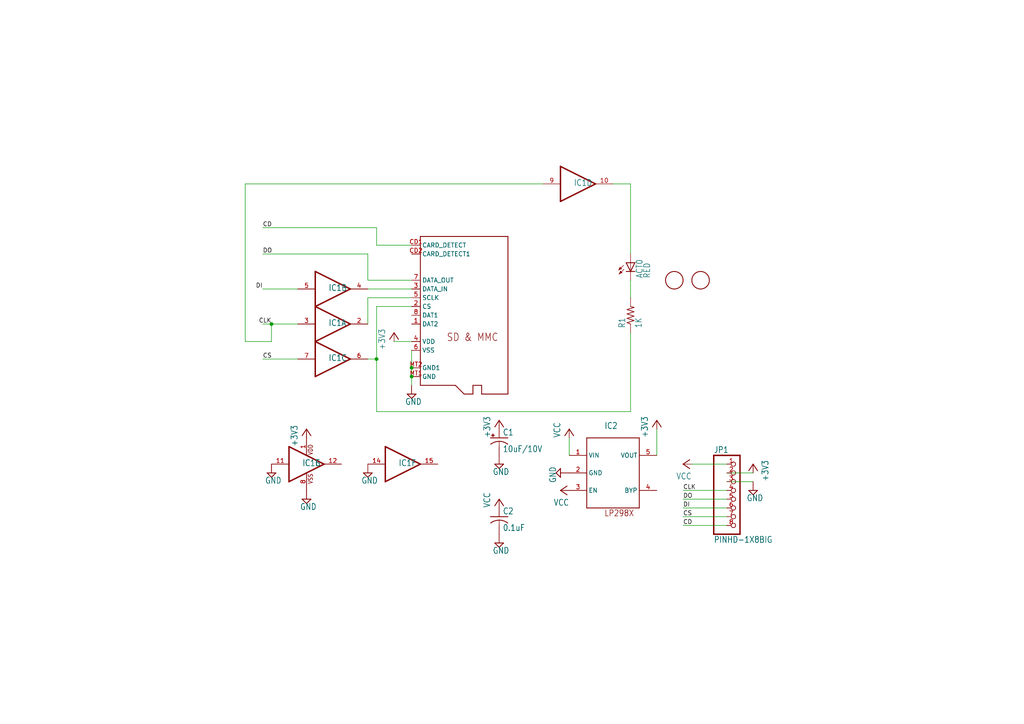
<source format=kicad_sch>
(kicad_sch (version 20211123) (generator eeschema)
  (paper "A4")
  (lib_symbols
    (symbol "eagleSchem-eagle-import:+3V3" (power)
      (property "Value" "+3V3" (at -2.54 -5.08 90))
      (symbol "+3V3_1_0"
        (polyline (pts (xy 0 0) (xy -1.27 -1.905)) (stroke (width 0.254)))
        (polyline (pts (xy 1.27 -1.905) (xy 0 0)) (stroke (width 0.254)))
        (pin power_in line (at 0 -2.54 90) (length 2.54) (name "+3V3") (number "1"))
      )
    )
    (symbol "eagleSchem-eagle-import:4050D"
      (property "Reference" "IC" (at -1.27 -0.635 0))
      (symbol "4050D_1_0"
        (polyline (pts (xy -5.08 -5.08) (xy 5.08 0)) (stroke (width 0.4064)))
        (polyline (pts (xy -5.08 5.08) (xy -5.08 -5.08)) (stroke (width 0.4064)))
        (polyline (pts (xy 5.08 0) (xy -5.08 5.08)) (stroke (width 0.4064)))
        (pin output line (at 10.16 0 180) (length 5.08) (name "O") (number "2"))
        (pin input line (at -10.16 0 0) (length 5.08) (name "I") (number "3"))
      )
      (symbol "4050D_2_0"
        (polyline (pts (xy -5.08 -5.08) (xy 5.08 0)) (stroke (width 0.4064)))
        (polyline (pts (xy -5.08 5.08) (xy -5.08 -5.08)) (stroke (width 0.4064)))
        (polyline (pts (xy 5.08 0) (xy -5.08 5.08)) (stroke (width 0.4064)))
        (pin output line (at 10.16 0 180) (length 5.08) (name "O") (number "4"))
        (pin input line (at -10.16 0 0) (length 5.08) (name "I") (number "5"))
      )
      (symbol "4050D_3_0"
        (polyline (pts (xy -5.08 -5.08) (xy 5.08 0)) (stroke (width 0.4064)))
        (polyline (pts (xy -5.08 5.08) (xy -5.08 -5.08)) (stroke (width 0.4064)))
        (polyline (pts (xy 5.08 0) (xy -5.08 5.08)) (stroke (width 0.4064)))
        (pin output line (at 10.16 0 180) (length 5.08) (name "O") (number "6"))
        (pin input line (at -10.16 0 0) (length 5.08) (name "I") (number "7"))
      )
      (symbol "4050D_4_0"
        (polyline (pts (xy -5.08 -5.08) (xy 5.08 0)) (stroke (width 0.4064)))
        (polyline (pts (xy -5.08 5.08) (xy -5.08 -5.08)) (stroke (width 0.4064)))
        (polyline (pts (xy 5.08 0) (xy -5.08 5.08)) (stroke (width 0.4064)))
        (pin output line (at 10.16 0 180) (length 5.08) (name "O") (number "10"))
        (pin input line (at -10.16 0 0) (length 5.08) (name "I") (number "9"))
      )
      (symbol "4050D_5_0"
        (polyline (pts (xy -5.08 -5.08) (xy 5.08 0)) (stroke (width 0.4064)))
        (polyline (pts (xy -5.08 5.08) (xy -5.08 -5.08)) (stroke (width 0.4064)))
        (polyline (pts (xy 5.08 0) (xy -5.08 5.08)) (stroke (width 0.4064)))
        (pin input line (at -10.16 0 0) (length 5.08) (name "I") (number "11"))
        (pin output line (at 10.16 0 180) (length 5.08) (name "O") (number "12"))
      )
      (symbol "4050D_6_0"
        (polyline (pts (xy -5.08 -5.08) (xy 5.08 0)) (stroke (width 0.4064)))
        (polyline (pts (xy -5.08 5.08) (xy -5.08 -5.08)) (stroke (width 0.4064)))
        (polyline (pts (xy 5.08 0) (xy -5.08 5.08)) (stroke (width 0.4064)))
        (pin input line (at -10.16 0 0) (length 5.08) (name "I") (number "14"))
        (pin output line (at 10.16 0 180) (length 5.08) (name "O") (number "15"))
      )
      (symbol "4050D_7_0"
        (text "VDD" (at 1.905 2.54 900) (effects (font (size 1.27 1.0795)) (justify left bottom)))
        (text "VSS" (at 1.905 -5.842 900) (effects (font (size 1.27 1.0795)) (justify left bottom)))
        (pin power_in line (at 0 7.62 270) (length 5.08) (name "VDD") (number "1"))
        (pin power_in line (at 0 -7.62 90) (length 5.08) (name "VSS") (number "8"))
      )
    )
    (symbol "eagleSchem-eagle-import:C-USC0805K"
      (property "Reference" "C" (at 1.016 0.635 0))
      (property "Value" "C-USC0805K" (at 1.016 -4.191 0))
      (symbol "C-USC0805K_1_0"
        (arc (start 0 -1.0161) (mid -1.302 -1.2303) (end -2.4668 -1.8504) (stroke (width 0.254)))
        (polyline (pts (xy -2.54 0) (xy 2.54 0)) (stroke (width 0.254)))
        (polyline (pts (xy 0 -1.016) (xy 0 -2.54)) (stroke (width 0.1524)))
        (arc (start 2.4892 -1.8542) (mid 1.3158 -1.2195) (end 0 -1) (stroke (width 0.254)))
        (pin passive line (at 0 2.54 270) (length 2.54) (name "1") (number "1"))
        (pin passive line (at 0 -5.08 90) (length 2.54) (name "2") (number "2"))
      )
    )
    (symbol "eagleSchem-eagle-import:CPOL-USA{slash}3216-18R"
      (property "Reference" "C" (at 1.016 0.635 0))
      (property "Value" "CPOL-USA{slash}3216-18R" (at 1.016 -4.191 0))
      (symbol "CPOL-USA{slash}3216-18R_1_0"
        (rectangle (start -2.253 0.668) (end -1.364 0.795) (fill (type outline)))
        (rectangle (start -1.872 0.287) (end -1.745 1.176) (fill (type outline)))
        (arc (start 0 -1.0161) (mid -1.3021 -1.2302) (end -2.4669 -1.8504) (stroke (width 0.254)))
        (polyline (pts (xy -2.54 0) (xy 2.54 0)) (stroke (width 0.254)))
        (polyline (pts (xy 0 -1.016) (xy 0 -2.54)) (stroke (width 0.1524)))
        (arc (start 2.4892 -1.8542) (mid 1.3158 -1.2195) (end 0 -1) (stroke (width 0.254)))
        (pin passive line (at 0 2.54 270) (length 2.54) (name "+") (number "+"))
        (pin passive line (at 0 -5.08 90) (length 2.54) (name "-") (number "-"))
      )
    )
    (symbol "eagleSchem-eagle-import:FIDUCIAL"
      (symbol "FIDUCIAL_1_0"
        (circle (center 0 0) (radius 2.54) (stroke (width 0.254)))
      )
    )
    (symbol "eagleSchem-eagle-import:GND" (power)
      (property "Value" "GND" (at -1.905 -3.175 0))
      (symbol "GND_1_0"
        (polyline (pts (xy -1.27 0) (xy 1.27 0)) (stroke (width 0.254)))
        (polyline (pts (xy 0 -1.27) (xy -1.27 0)) (stroke (width 0.254)))
        (polyline (pts (xy 1.27 0) (xy 0 -1.27)) (stroke (width 0.254)))
        (pin power_in line (at 0 2.54 270) (length 2.54) (name "GND") (number "1"))
      )
    )
    (symbol "eagleSchem-eagle-import:LEDCHIP-LED0805"
      (property "Reference" "LED" (at 3.556 -4.572 90))
      (property "Value" "LEDCHIP-LED0805" (at 5.715 -4.572 90))
      (symbol "LEDCHIP-LED0805_1_0"
        (polyline (pts (xy -2.032 -0.762) (xy -3.429 -2.159)) (stroke (width 0.1524)))
        (polyline (pts (xy -1.905 -1.905) (xy -3.302 -3.302)) (stroke (width 0.1524)))
        (polyline (pts (xy 0 -2.54) (xy -1.27 -2.54)) (stroke (width 0.254)))
        (polyline (pts (xy 0 -2.54) (xy -1.27 0)) (stroke (width 0.254)))
        (polyline (pts (xy 0 0) (xy -1.27 0)) (stroke (width 0.254)))
        (polyline (pts (xy 0 0) (xy 0 -2.54)) (stroke (width 0.1524)))
        (polyline (pts (xy 1.27 -2.54) (xy 0 -2.54)) (stroke (width 0.254)))
        (polyline (pts (xy 1.27 0) (xy 0 -2.54)) (stroke (width 0.254)))
        (polyline (pts (xy 1.27 0) (xy 0 0)) (stroke (width 0.254)))
        (polyline (pts (xy -3.429 -2.159) (xy -3.048 -1.27) (xy -2.54 -1.778)) (fill (type outline)))
        (polyline (pts (xy -3.302 -3.302) (xy -2.921 -2.413) (xy -2.413 -2.921)) (fill (type outline)))
        (pin passive line (at 0 2.54 270) (length 2.54) (name "A") (number "A"))
        (pin passive line (at 0 -5.08 90) (length 2.54) (name "C") (number "C"))
      )
    )
    (symbol "eagleSchem-eagle-import:LP298XS"
      (property "Reference" "IC" (at -12.7 -5.08 90))
      (symbol "LP298XS_1_0"
        (polyline (pts (xy -10.16 -10.16) (xy 10.16 -10.16)) (stroke (width 0.254)))
        (polyline (pts (xy -10.16 5.08) (xy -10.16 -10.16)) (stroke (width 0.254)))
        (polyline (pts (xy 10.16 -10.16) (xy 10.16 5.08)) (stroke (width 0.254)))
        (polyline (pts (xy 10.16 5.08) (xy -10.16 5.08)) (stroke (width 0.254)))
        (text "LP298X" (at 12.7 -5.08 900) (effects (font (size 1.778 1.5113)) (justify left bottom)))
        (pin bidirectional line (at -5.08 -15.24 90) (length 5.08) (name "VIN") (number "1"))
        (pin bidirectional line (at 0 -15.24 90) (length 5.08) (name "GND") (number "2"))
        (pin bidirectional line (at 5.08 -15.24 90) (length 5.08) (name "EN") (number "3"))
        (pin bidirectional line (at 5.08 10.16 270) (length 5.08) (name "BYP") (number "4"))
        (pin bidirectional line (at -5.08 10.16 270) (length 5.08) (name "VOUT") (number "5"))
      )
    )
    (symbol "eagleSchem-eagle-import:MICROSD"
      (symbol "MICROSD_1_0"
        (polyline (pts (xy -15.24 -22.86) (xy -5.08 -22.86)) (stroke (width 0.254)))
        (polyline (pts (xy -15.24 20.32) (xy -15.24 -22.86)) (stroke (width 0.254)))
        (polyline (pts (xy -5.08 -22.86) (xy -2.54 -25.4)) (stroke (width 0.254)))
        (polyline (pts (xy -2.54 -25.4) (xy 0 -25.4)) (stroke (width 0.254)))
        (polyline (pts (xy 0 -25.4) (xy 0 -22.86)) (stroke (width 0.254)))
        (polyline (pts (xy 0 -22.86) (xy 2.54 -22.86)) (stroke (width 0.254)))
        (polyline (pts (xy 2.54 -25.4) (xy 10.16 -25.4)) (stroke (width 0.254)))
        (polyline (pts (xy 2.54 -22.86) (xy 2.54 -25.4)) (stroke (width 0.254)))
        (polyline (pts (xy 10.16 -25.4) (xy 10.16 20.32)) (stroke (width 0.254)))
        (polyline (pts (xy 10.16 20.32) (xy -15.24 20.32)) (stroke (width 0.254)))
        (text "SD & MMC" (at -7.62 -10.16 0) (effects (font (size 2.1844 1.8567)) (justify left bottom)))
        (pin bidirectional line (at -17.78 -5.08 0) (length 2.54) (name "DAT2") (number "1"))
        (pin input line (at -17.78 0 0) (length 2.54) (name "CS") (number "2"))
        (pin input line (at -17.78 5.08 0) (length 2.54) (name "DATA_IN") (number "3"))
        (pin power_in line (at -17.78 -10.16 0) (length 2.54) (name "VDD") (number "4"))
        (pin input line (at -17.78 2.54 0) (length 2.54) (name "SCLK") (number "5"))
        (pin power_in line (at -17.78 -12.7 0) (length 2.54) (name "VSS") (number "6"))
        (pin output line (at -17.78 7.62 0) (length 2.54) (name "DATA_OUT") (number "7"))
        (pin bidirectional line (at -17.78 -2.54 0) (length 2.54) (name "DAT1") (number "8"))
        (pin passive line (at -17.78 17.78 0) (length 2.54) (name "CARD_DETECT") (number "CD1"))
        (pin passive line (at -17.78 15.24 0) (length 2.54) (name "CARD_DETECT1") (number "CD2"))
        (pin power_in line (at -17.78 -20.32 0) (length 2.54) (name "GND") (number "MT1"))
        (pin power_in line (at -17.78 -17.78 0) (length 2.54) (name "GND1") (number "MT2"))
      )
    )
    (symbol "eagleSchem-eagle-import:PINHD-1X8BIG"
      (property "Reference" "JP" (at -6.35 10.795 0))
      (property "Value" "PINHD-1X8BIG" (at -6.35 -15.24 0))
      (symbol "PINHD-1X8BIG_1_0"
        (polyline (pts (xy -6.35 -12.7) (xy 1.27 -12.7)) (stroke (width 0.4064)))
        (polyline (pts (xy -6.35 10.16) (xy -6.35 -12.7)) (stroke (width 0.4064)))
        (polyline (pts (xy 1.27 -12.7) (xy 1.27 10.16)) (stroke (width 0.4064)))
        (polyline (pts (xy 1.27 10.16) (xy -6.35 10.16)) (stroke (width 0.4064)))
        (pin passive inverted (at -2.54 7.62 0) (length 2.54) (name "1") (number "1"))
        (pin passive inverted (at -2.54 5.08 0) (length 2.54) (name "2") (number "2"))
        (pin passive inverted (at -2.54 2.54 0) (length 2.54) (name "3") (number "3"))
        (pin passive inverted (at -2.54 0 0) (length 2.54) (name "4") (number "4"))
        (pin passive inverted (at -2.54 -2.54 0) (length 2.54) (name "5") (number "5"))
        (pin passive inverted (at -2.54 -5.08 0) (length 2.54) (name "6") (number "6"))
        (pin passive inverted (at -2.54 -7.62 0) (length 2.54) (name "7") (number "7"))
        (pin passive inverted (at -2.54 -10.16 0) (length 2.54) (name "8") (number "8"))
      )
    )
    (symbol "eagleSchem-eagle-import:R-US_R0805"
      (property "Reference" "R" (at -3.81 1.4986 0))
      (property "Value" "R-US_R0805" (at -3.81 -3.302 0))
      (symbol "R-US_R0805_1_0"
        (polyline (pts (xy -2.54 0) (xy -2.159 1.016)) (stroke (width 0.2032)))
        (polyline (pts (xy -2.159 1.016) (xy -1.524 -1.016)) (stroke (width 0.2032)))
        (polyline (pts (xy -1.524 -1.016) (xy -0.889 1.016)) (stroke (width 0.2032)))
        (polyline (pts (xy -0.889 1.016) (xy -0.254 -1.016)) (stroke (width 0.2032)))
        (polyline (pts (xy -0.254 -1.016) (xy 0.381 1.016)) (stroke (width 0.2032)))
        (polyline (pts (xy 0.381 1.016) (xy 1.016 -1.016)) (stroke (width 0.2032)))
        (polyline (pts (xy 1.016 -1.016) (xy 1.651 1.016)) (stroke (width 0.2032)))
        (polyline (pts (xy 1.651 1.016) (xy 2.286 -1.016)) (stroke (width 0.2032)))
        (polyline (pts (xy 2.286 -1.016) (xy 2.54 0)) (stroke (width 0.2032)))
        (pin passive line (at -5.08 0 0) (length 2.54) (name "1") (number "1"))
        (pin passive line (at 5.08 0 180) (length 2.54) (name "2") (number "2"))
      )
    )
    (symbol "eagleSchem-eagle-import:VCC" (power)
      (property "Value" "VCC" (at -2.54 -2.54 90))
      (symbol "VCC_1_0"
        (polyline (pts (xy 0 0) (xy -1.27 -1.905)) (stroke (width 0.254)))
        (polyline (pts (xy 1.27 -1.905) (xy 0 0)) (stroke (width 0.254)))
        (pin power_in line (at 0 -2.54 90) (length 2.54) (name "VCC") (number "1"))
      )
    )
  )
  (junction (at 119.38 106.68))
  (junction (at 119.38 109.22))
  (junction (at 78.74 93.98))
  (junction (at 109.22 104.14))
  (wire (pts (xy 109.22 71.12) (xy 109.22 66.04)))
  (wire (pts (xy 109.22 104.14) (xy 109.22 88.9)))
  (wire (pts (xy 119.38 101.6) (xy 119.38 106.68)))
  (wire (pts (xy 182.88 119.38) (xy 182.88 96.52)))
  (wire (pts (xy 190.5 124.46) (xy 190.5 132.08)))
  (wire (pts (xy 119.38 81.28) (xy 106.68 81.28)))
  (wire (pts (xy 109.22 119.38) (xy 182.88 119.38)))
  (wire (pts (xy 114.3 99.06) (xy 119.38 99.06)))
  (wire (pts (xy 109.22 88.9) (xy 119.38 88.9)))
  (wire (pts (xy 109.22 104.14) (xy 109.22 119.38)))
  (wire (pts (xy 210.82 149.86) (xy 198.12 149.86)))
  (wire (pts (xy 177.8 53.34) (xy 182.88 53.34)))
  (wire (pts (xy 182.88 53.34) (xy 182.88 73.66)))
  (wire (pts (xy 78.74 99.06) (xy 78.74 93.98)))
  (wire (pts (xy 165.1 132.08) (xy 165.1 127)))
  (wire (pts (xy 86.36 104.14) (xy 76.2 104.14)))
  (wire (pts (xy 218.44 139.7) (xy 210.82 139.7)))
  (wire (pts (xy 210.82 142.24) (xy 198.12 142.24)))
  (wire (pts (xy 119.38 71.12) (xy 109.22 71.12)))
  (wire (pts (xy 106.68 93.98) (xy 106.68 86.36)))
  (wire (pts (xy 106.68 104.14) (xy 109.22 104.14)))
  (wire (pts (xy 200.66 134.62) (xy 210.82 134.62)))
  (wire (pts (xy 109.22 66.04) (xy 76.2 66.04)))
  (wire (pts (xy 71.12 99.06) (xy 78.74 99.06)))
  (wire (pts (xy 78.74 93.98) (xy 76.2 93.98)))
  (wire (pts (xy 210.82 144.78) (xy 198.12 144.78)))
  (wire (pts (xy 119.38 106.68) (xy 119.38 109.22)))
  (wire (pts (xy 106.68 81.28) (xy 106.68 73.66)))
  (wire (pts (xy 71.12 53.34) (xy 71.12 99.06)))
  (wire (pts (xy 106.68 86.36) (xy 119.38 86.36)))
  (wire (pts (xy 210.82 152.4) (xy 198.12 152.4)))
  (wire (pts (xy 182.88 81.28) (xy 182.88 86.36)))
  (wire (pts (xy 210.82 147.32) (xy 198.12 147.32)))
  (wire (pts (xy 106.68 83.82) (xy 119.38 83.82)))
  (wire (pts (xy 86.36 83.82) (xy 76.2 83.82)))
  (wire (pts (xy 86.36 93.98) (xy 78.74 93.98)))
  (wire (pts (xy 157.48 53.34) (xy 71.12 53.34)))
  (wire (pts (xy 119.38 109.22) (xy 119.38 111.76)))
  (wire (pts (xy 76.2 73.66) (xy 106.68 73.66)))
  (wire (pts (xy 218.44 137.16) (xy 210.82 137.16)))
  (label "DO" (at 76.2 73.66 0) (effects (font (size 1.2446 1.2446))))
  (label "CLK" (at 198.12 142.24 0) (effects (font (size 1.2446 1.2446))))
  (label "CS" (at 198.12 149.86 0) (effects (font (size 1.2446 1.2446))))
  (label "DI" (at 198.12 147.32 0) (effects (font (size 1.2446 1.2446))))
  (label "CLK" (at 78.74 93.98 180) (effects (font (size 1.2446 1.2446))))
  (label "DI" (at 76.2 83.82 180) (effects (font (size 1.2446 1.2446))))
  (label "CD" (at 198.12 152.4 0) (effects (font (size 1.2446 1.2446))))
  (label "DO" (at 198.12 144.78 0) (effects (font (size 1.2446 1.2446))))
  (label "CD" (at 76.2 66.04 0) (effects (font (size 1.2446 1.2446))))
  (label "CS" (at 76.2 104.14 0) (effects (font (size 1.2446 1.2446))))
  (symbol (lib_id "eagleSchem-eagle-import:4050D") (at 88.9 134.62 0) (unit 7)
    (property "Reference" "IC1" (at 87.63 135.255 0) (effects (font (size 1.778 1.5113)) (justify left bottom)))
    (property "Value" "4050D" (effects hide))
    (property "Footprint" "eagleSchem:SO16" (effects hide))
  )
  (symbol (lib_id "eagleSchem-eagle-import:4050D") (at 96.52 104.14 0) (unit 3)
    (property "Reference" "IC1" (at 95.25 104.775 0) (effects (font (size 1.778 1.5113)) (justify left bottom)))
    (property "Value" "4050D" (effects hide))
    (property "Footprint" "eagleSchem:SO16" (effects hide))
  )
  (symbol (lib_id "eagleSchem-eagle-import:GND") (at 119.38 114.3 0) (unit 1)
    (property "Reference" "#SUPPLY2" (effects hide))
    (property "Value" "GND" (at 117.475 117.475 0) (effects (font (size 1.778 1.5113)) (justify left bottom)))
    (property "Footprint" "eagleSchem:" (effects hide))
  )
  (symbol (lib_id "eagleSchem-eagle-import:VCC") (at 144.78 144.78 0) (unit 1)
    (property "Reference" "#P+1" (effects hide))
    (property "Value" "VCC" (at 142.24 147.32 90) (effects (font (size 1.778 1.5113)) (justify left bottom)))
    (property "Footprint" "eagleSchem:" (effects hide))
  )
  (symbol (lib_id "eagleSchem-eagle-import:R-US_R0805") (at 182.88 91.44 90) (unit 1)
    (property "Reference" "R1" (at 181.3814 95.25 0) (effects (font (size 1.778 1.5113)) (justify left bottom)))
    (property "Value" "1K" (at 186.182 95.25 0) (effects (font (size 1.778 1.5113)) (justify left bottom)))
    (property "Footprint" "eagleSchem:R0805" (effects hide))
  )
  (symbol (lib_id "eagleSchem-eagle-import:4050D") (at 96.52 83.82 0) (unit 2)
    (property "Reference" "IC1" (at 95.25 84.455 0) (effects (font (size 1.778 1.5113)) (justify left bottom)))
    (property "Value" "4050D" (effects hide))
    (property "Footprint" "eagleSchem:SO16" (effects hide))
  )
  (symbol (lib_id "eagleSchem-eagle-import:GND") (at 106.68 137.16 0) (unit 1)
    (property "Reference" "#SUPPLY9" (effects hide))
    (property "Value" "GND" (at 104.775 140.335 0) (effects (font (size 1.778 1.5113)) (justify left bottom)))
    (property "Footprint" "eagleSchem:" (effects hide))
  )
  (symbol (lib_id "eagleSchem-eagle-import:GND") (at 144.78 134.62 0) (unit 1)
    (property "Reference" "#SUPPLY5" (effects hide))
    (property "Value" "GND" (at 142.875 137.795 0) (effects (font (size 1.778 1.5113)) (justify left bottom)))
    (property "Footprint" "eagleSchem:" (effects hide))
  )
  (symbol (lib_id "eagleSchem-eagle-import:C-USC0805K") (at 144.78 149.86 0) (unit 1)
    (property "Reference" "C2" (at 145.796 149.225 0) (effects (font (size 1.778 1.5113)) (justify left bottom)))
    (property "Value" "0.1uF" (at 145.796 154.051 0) (effects (font (size 1.778 1.5113)) (justify left bottom)))
    (property "Footprint" "eagleSchem:C0805K" (effects hide))
  )
  (symbol (lib_id "eagleSchem-eagle-import:FIDUCIAL") (at 195.58 81.28 0) (unit 1)
    (property "Reference" "U$2" (effects hide))
    (property "Value" "FIDUCIAL" (effects hide))
    (property "Footprint" "eagleSchem:FIDUCIAL_1MM" (effects hide))
  )
  (symbol (lib_id "eagleSchem-eagle-import:LEDCHIP-LED0805") (at 182.88 76.2 0) (unit 1)
    (property "Reference" "ACT0" (at 186.436 80.772 90) (effects (font (size 1.778 1.5113)) (justify left bottom)))
    (property "Value" "RED" (at 188.595 80.772 90) (effects (font (size 1.778 1.5113)) (justify left bottom)))
    (property "Footprint" "eagleSchem:CHIP-LED0805" (effects hide))
  )
  (symbol (lib_id "eagleSchem-eagle-import:LP298XS") (at 180.34 137.16 270) (unit 1)
    (property "Reference" "IC2" (at 175.26 124.46 90) (effects (font (size 1.778 1.5113)) (justify left bottom)))
    (property "Value" "LP298XS" (effects hide))
    (property "Footprint" "eagleSchem:SOT23-5L" (effects hide))
  )
  (symbol (lib_id "eagleSchem-eagle-import:+3V3") (at 114.3 96.52 0) (unit 1)
    (property "Reference" "#+3V2" (effects hide))
    (property "Value" "+3V3" (at 111.76 101.6 90) (effects (font (size 1.778 1.5113)) (justify left bottom)))
    (property "Footprint" "eagleSchem:" (effects hide))
  )
  (symbol (lib_id "eagleSchem-eagle-import:4050D") (at 96.52 93.98 0) (unit 1)
    (property "Reference" "IC1" (at 95.25 94.615 0) (effects (font (size 1.778 1.5113)) (justify left bottom)))
    (property "Value" "4050D" (effects hide))
    (property "Footprint" "eagleSchem:SO16" (effects hide))
  )
  (symbol (lib_id "eagleSchem-eagle-import:VCC") (at 162.56 142.24 90) (unit 1)
    (property "Reference" "#P+3" (effects hide))
    (property "Value" "VCC" (at 165.1 144.78 90) (effects (font (size 1.778 1.5113)) (justify left bottom)))
    (property "Footprint" "eagleSchem:" (effects hide))
  )
  (symbol (lib_id "eagleSchem-eagle-import:CPOL-USA{slash}3216-18R") (at 144.78 127 0) (unit 1)
    (property "Reference" "C1" (at 145.796 126.365 0) (effects (font (size 1.778 1.5113)) (justify left bottom)))
    (property "Value" "10uF/10V" (at 145.796 131.191 0) (effects (font (size 1.778 1.5113)) (justify left bottom)))
    (property "Footprint" "eagleSchem:A_3216-18R" (effects hide))
  )
  (symbol (lib_id "eagleSchem-eagle-import:+3V3") (at 190.5 121.92 0) (unit 1)
    (property "Reference" "#+3V1" (effects hide))
    (property "Value" "+3V3" (at 187.96 127 90) (effects (font (size 1.778 1.5113)) (justify left bottom)))
    (property "Footprint" "eagleSchem:" (effects hide))
  )
  (symbol (lib_id "eagleSchem-eagle-import:VCC") (at 165.1 124.46 0) (unit 1)
    (property "Reference" "#P+2" (effects hide))
    (property "Value" "VCC" (at 162.56 127 90) (effects (font (size 1.778 1.5113)) (justify left bottom)))
    (property "Footprint" "eagleSchem:" (effects hide))
  )
  (symbol (lib_id "eagleSchem-eagle-import:MICROSD") (at 137.16 88.9 0) (unit 1)
    (property "Reference" "X1" (effects hide))
    (property "Value" "MICROSD" (effects hide))
    (property "Footprint" "eagleSchem:MICROSD" (effects hide))
  )
  (symbol (lib_id "eagleSchem-eagle-import:VCC") (at 198.12 134.62 90) (unit 1)
    (property "Reference" "#P+4" (effects hide))
    (property "Value" "VCC" (at 200.66 137.16 90) (effects (font (size 1.778 1.5113)) (justify left bottom)))
    (property "Footprint" "eagleSchem:" (effects hide))
  )
  (symbol (lib_id "eagleSchem-eagle-import:GND") (at 162.56 137.16 270) (unit 1)
    (property "Reference" "#SUPPLY1" (effects hide))
    (property "Value" "GND" (at 159.385 135.255 0) (effects (font (size 1.778 1.5113)) (justify left bottom)))
    (property "Footprint" "eagleSchem:" (effects hide))
  )
  (symbol (lib_id "eagleSchem-eagle-import:GND") (at 88.9 144.78 0) (unit 1)
    (property "Reference" "#SUPPLY3" (effects hide))
    (property "Value" "GND" (at 86.995 147.955 0) (effects (font (size 1.778 1.5113)) (justify left bottom)))
    (property "Footprint" "eagleSchem:" (effects hide))
  )
  (symbol (lib_id "eagleSchem-eagle-import:4050D") (at 88.9 134.62 0) (unit 5)
    (property "Reference" "IC1" (at 87.63 135.255 0) (effects (font (size 1.778 1.5113)) (justify left bottom)))
    (property "Value" "4050D" (effects hide))
    (property "Footprint" "eagleSchem:SO16" (effects hide))
  )
  (symbol (lib_id "eagleSchem-eagle-import:4050D") (at 167.64 53.34 0) (unit 4)
    (property "Reference" "IC1" (at 166.37 53.975 0) (effects (font (size 1.778 1.5113)) (justify left bottom)))
    (property "Value" "4050D" (effects hide))
    (property "Footprint" "eagleSchem:SO16" (effects hide))
  )
  (symbol (lib_id "eagleSchem-eagle-import:GND") (at 78.74 137.16 0) (unit 1)
    (property "Reference" "#SUPPLY8" (effects hide))
    (property "Value" "GND" (at 76.835 140.335 0) (effects (font (size 1.778 1.5113)) (justify left bottom)))
    (property "Footprint" "eagleSchem:" (effects hide))
  )
  (symbol (lib_id "eagleSchem-eagle-import:GND") (at 144.78 157.48 0) (unit 1)
    (property "Reference" "#SUPPLY4" (effects hide))
    (property "Value" "GND" (at 142.875 160.655 0) (effects (font (size 1.778 1.5113)) (justify left bottom)))
    (property "Footprint" "eagleSchem:" (effects hide))
  )
  (symbol (lib_id "eagleSchem-eagle-import:+3V3") (at 144.78 121.92 0) (unit 1)
    (property "Reference" "#+3V4" (effects hide))
    (property "Value" "+3V3" (at 142.24 127 90) (effects (font (size 1.778 1.5113)) (justify left bottom)))
    (property "Footprint" "eagleSchem:" (effects hide))
  )
  (symbol (lib_id "eagleSchem-eagle-import:4050D") (at 116.84 134.62 0) (unit 6)
    (property "Reference" "IC1" (at 115.57 135.255 0) (effects (font (size 1.778 1.5113)) (justify left bottom)))
    (property "Value" "4050D" (effects hide))
    (property "Footprint" "eagleSchem:SO16" (effects hide))
  )
  (symbol (lib_id "eagleSchem-eagle-import:+3V3") (at 88.9 124.46 0) (unit 1)
    (property "Reference" "#+3V3" (effects hide))
    (property "Value" "+3V3" (at 86.36 129.54 90) (effects (font (size 1.778 1.5113)) (justify left bottom)))
    (property "Footprint" "eagleSchem:" (effects hide))
  )
  (symbol (lib_id "eagleSchem-eagle-import:+3V3") (at 218.44 134.62 0) (mirror y) (unit 1)
    (property "Reference" "#+3V5" (effects hide))
    (property "Value" "+3V3" (at 220.98 139.7 90) (effects (font (size 1.778 1.5113)) (justify left bottom)))
    (property "Footprint" "eagleSchem:" (effects hide))
  )
  (symbol (lib_id "eagleSchem-eagle-import:FIDUCIAL") (at 203.2 81.28 0) (unit 1)
    (property "Reference" "U$1" (effects hide))
    (property "Value" "FIDUCIAL" (effects hide))
    (property "Footprint" "eagleSchem:FIDUCIAL_1MM" (effects hide))
  )
  (symbol (lib_id "eagleSchem-eagle-import:PINHD-1X8BIG") (at 213.36 142.24 0) (unit 1)
    (property "Reference" "JP1" (at 207.01 131.445 0) (effects (font (size 1.778 1.5113)) (justify left bottom)))
    (property "Value" "PINHD-1X8BIG" (at 207.01 157.48 0) (effects (font (size 1.778 1.5113)) (justify left bottom)))
    (property "Footprint" "eagleSchem:1X08-BIG" (effects hide))
  )
  (symbol (lib_id "eagleSchem-eagle-import:GND") (at 218.44 142.24 0) (unit 1)
    (property "Reference" "#SUPPLY6" (effects hide))
    (property "Value" "GND" (at 216.535 145.415 0) (effects (font (size 1.778 1.5113)) (justify left bottom)))
    (property "Footprint" "eagleSchem:" (effects hide))
  )
)
</source>
